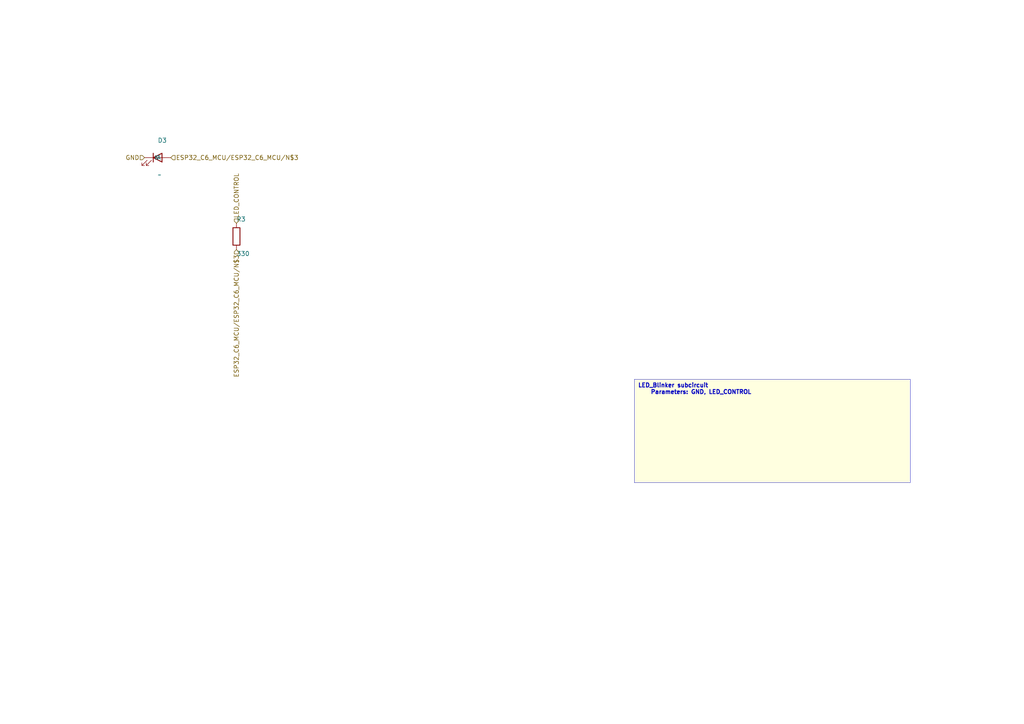
<source format=kicad_sch>
(kicad_sch (version 20250114) (generator "circuit_synth") (generator_version "9.0")
  (paper "A4")
  (lib_symbols
    (symbol "Device:LED" (pin_numbers hide) (pin_names (offset 0.254))
      (property "Reference" "D" (at 0.0 0.0 0))
      (property "Value" "LED" (at 0.0 0.0 0))
      (property "Sim.Pins" "1=K 2=A" (at 0.0 0.0 0))
      (symbol "LED_0_1"
        (polyline (pts (xy -3.048 -0.762) (xy -4.572 -2.286) (xy -3.81 -2.286) (xy -4.572 -2.286) (xy -4.572 -1.524)) (stroke (width 0.0)))
        (polyline (pts (xy -1.778 -0.762) (xy -3.302 -2.286) (xy -2.54 -2.286) (xy -3.302 -2.286) (xy -3.302 -1.524)) (stroke (width 0.0)))
        (polyline (pts (xy -1.27 0.0) (xy 1.27 0.0)) (stroke (width 0.0)))
        (polyline (pts (xy -1.27 -1.27) (xy -1.27 1.27)) (stroke (width 0.254)))
        (polyline (pts (xy 1.27 -1.27) (xy 1.27 1.27) (xy -1.27 0.0) (xy 1.27 -1.27)) (stroke (width 0.254)))
      )
      (symbol "LED_1_1"
        (pin passive line (at -3.81 0.0 0) (length 2.54) (name K) (number "1"))
        (pin passive line (at 3.81 0.0 180) (length 2.54) (name A) (number "2"))
      )
    )
    (symbol "Device:R" (pin_numbers hide) (pin_names (offset 0.254))
      (property "Reference" "R" (at 0.0 0.0 0))
      (property "Value" "R" (at 0.0 0.0 0))
      (symbol "R_0_1"
        (rectangle (start -1.016 -2.54) (end 1.016 2.54) (stroke (width 0.254)))
      )
      (symbol "R_1_1"
        (pin passive line (at 0.0 3.81 270) (length 1.27) (name ~) (number "1"))
        (pin passive line (at 0.0 -3.81 90) (length 1.27) (name ~) (number "2"))
      )
    )
  )
  (title_block (title LED_Blinker) (date 2025-08-06) (company Circuit-Synth))
  (symbol (lib_id "Device:LED") (at 45.72 45.72 0) (unit 1)
    (property "Reference" "D3" (at 45.72 40.72 0) (effects (justify left)))
    (property "Value" "~" (at 45.72 50.72 0) (effects (justify left)))
    (property "Footprint" "LED_SMD:LED_0805_2012Metric" (effects (hide yes)))
  )
  (symbol (lib_id "Device:R") (at 68.58 68.58 0) (unit 1)
    (property "Reference" "R3" (at 68.58 63.58 0) (effects (justify left)))
    (property "Value" "330" (at 68.58 73.58 0) (effects (justify left)))
    (property "Footprint" "Resistor_SMD:R_0805_2012Metric" (effects (hide yes)))
  )
  (hierarchical_label GND (shape input) (at 41.91 45.72 180))
  (hierarchical_label "ESP32_C6_MCU/ESP32_C6_MCU{slash}N$3" (shape input) (at 49.53 45.72 0))
  (hierarchical_label "ESP32_C6_MCU/ESP32_C6_MCU{slash}N$3" (shape input) (at 68.58 72.39 270))
  (hierarchical_label LED_CONTROL (shape input) (at 68.58 64.77 90))
  (text_box "LED_Blinker subcircuit\n    Parameters: GND, LED_CONTROL" (exclude_from_sim yes) (at 184.0 110.0 0) (size 80.0 30.0) (margins 1.0 1.0 1.0 1.0) (stroke (width 0.1)) (fill (type color) (color 255 255 224 1)) (effects (font (size 1.2 1.2) (thickness 0.254)) (justify left top)))
)
</source>
